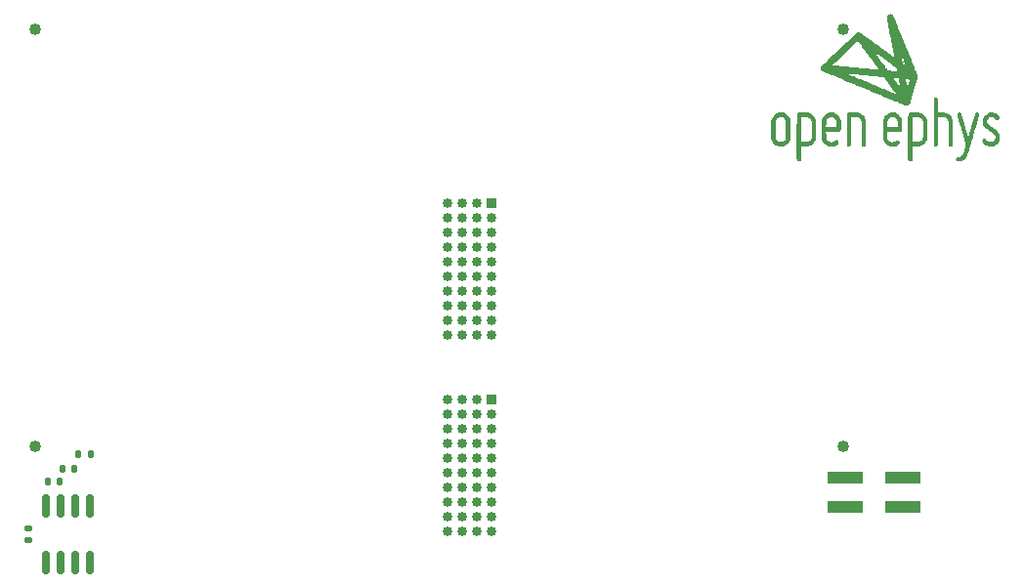
<source format=gbr>
%TF.GenerationSoftware,KiCad,Pcbnew,9.0.3*%
%TF.CreationDate,2025-10-01T18:20:22-04:00*%
%TF.ProjectId,ephys-test-module-molc-64-chan,65706879-732d-4746-9573-742d6d6f6475,A*%
%TF.SameCoordinates,Original*%
%TF.FileFunction,Soldermask,Top*%
%TF.FilePolarity,Negative*%
%FSLAX46Y46*%
G04 Gerber Fmt 4.6, Leading zero omitted, Abs format (unit mm)*
G04 Created by KiCad (PCBNEW 9.0.3) date 2025-10-01 18:20:22*
%MOMM*%
%LPD*%
G01*
G04 APERTURE LIST*
G04 Aperture macros list*
%AMRoundRect*
0 Rectangle with rounded corners*
0 $1 Rounding radius*
0 $2 $3 $4 $5 $6 $7 $8 $9 X,Y pos of 4 corners*
0 Add a 4 corners polygon primitive as box body*
4,1,4,$2,$3,$4,$5,$6,$7,$8,$9,$2,$3,0*
0 Add four circle primitives for the rounded corners*
1,1,$1+$1,$2,$3*
1,1,$1+$1,$4,$5*
1,1,$1+$1,$6,$7*
1,1,$1+$1,$8,$9*
0 Add four rect primitives between the rounded corners*
20,1,$1+$1,$2,$3,$4,$5,0*
20,1,$1+$1,$4,$5,$6,$7,0*
20,1,$1+$1,$6,$7,$8,$9,0*
20,1,$1+$1,$8,$9,$2,$3,0*%
G04 Aperture macros list end*
%ADD10C,0.000000*%
%ADD11R,3.150000X1.000000*%
%ADD12RoundRect,0.135000X-0.135000X-0.185000X0.135000X-0.185000X0.135000X0.185000X-0.135000X0.185000X0*%
%ADD13R,0.850000X0.850000*%
%ADD14C,0.850000*%
%ADD15RoundRect,0.150000X0.150000X-0.825000X0.150000X0.825000X-0.150000X0.825000X-0.150000X-0.825000X0*%
%ADD16RoundRect,0.140000X-0.170000X0.140000X-0.170000X-0.140000X0.170000X-0.140000X0.170000X0.140000X0*%
%ADD17C,1.020000*%
G04 APERTURE END LIST*
D10*
%TO.C,G\u002A\u002A\u002A*%
G36*
X185019905Y-89141203D02*
G01*
X185124976Y-89156873D01*
X185183922Y-89172831D01*
X185310199Y-89224904D01*
X185421844Y-89293761D01*
X185523049Y-89381436D01*
X185610618Y-89482520D01*
X185679043Y-89592976D01*
X185731929Y-89718639D01*
X185732586Y-89720563D01*
X185765601Y-89817510D01*
X185765601Y-90617319D01*
X185765601Y-91417128D01*
X185732586Y-91514075D01*
X185679724Y-91639948D01*
X185610678Y-91751223D01*
X185523158Y-91852577D01*
X185415234Y-91945634D01*
X185297986Y-92016344D01*
X185171013Y-92064883D01*
X185033911Y-92091425D01*
X184965792Y-92096354D01*
X184907021Y-92097131D01*
X184850958Y-92095526D01*
X184806223Y-92091880D01*
X184790987Y-92089439D01*
X184655802Y-92051705D01*
X184536406Y-91998028D01*
X184428602Y-91926177D01*
X184347459Y-91853686D01*
X184269875Y-91766819D01*
X184209378Y-91676447D01*
X184161466Y-91575031D01*
X184133771Y-91495897D01*
X184105391Y-91405010D01*
X184105391Y-91380773D01*
X184105391Y-90617319D01*
X184105391Y-89853865D01*
X184493177Y-89853865D01*
X184493177Y-90617319D01*
X184493177Y-91380773D01*
X184526069Y-91447424D01*
X184582661Y-91540159D01*
X184651738Y-91612855D01*
X184735265Y-91667309D01*
X184793710Y-91692177D01*
X184870174Y-91709183D01*
X184956261Y-91711618D01*
X185042615Y-91699984D01*
X185119880Y-91674782D01*
X185120128Y-91674668D01*
X185196299Y-91628202D01*
X185266108Y-91563800D01*
X185323234Y-91487761D01*
X185342192Y-91453329D01*
X185377815Y-91380773D01*
X185377815Y-90617319D01*
X185377815Y-89853865D01*
X185342192Y-89781310D01*
X185291930Y-89701646D01*
X185225905Y-89630836D01*
X185150555Y-89575317D01*
X185120128Y-89559246D01*
X185082556Y-89543215D01*
X185048136Y-89533427D01*
X185008596Y-89528423D01*
X184955667Y-89526744D01*
X184935496Y-89526670D01*
X184876809Y-89527623D01*
X184834045Y-89531453D01*
X184798935Y-89539620D01*
X184763208Y-89553583D01*
X184750864Y-89559246D01*
X184677471Y-89604411D01*
X184608772Y-89666305D01*
X184552125Y-89737568D01*
X184525754Y-89784357D01*
X184493177Y-89853865D01*
X184105391Y-89853865D01*
X184105391Y-89829628D01*
X184133771Y-89738741D01*
X184175697Y-89625506D01*
X184227146Y-89528443D01*
X184292618Y-89440012D01*
X184347459Y-89380952D01*
X184434327Y-89303368D01*
X184524699Y-89242871D01*
X184626114Y-89194959D01*
X184705248Y-89167263D01*
X184801161Y-89146295D01*
X184909006Y-89137642D01*
X185019905Y-89141203D01*
G37*
G36*
X189389562Y-89140201D02*
G01*
X189491571Y-89154642D01*
X189540458Y-89167297D01*
X189657806Y-89211166D01*
X189758418Y-89265580D01*
X189848860Y-89334421D01*
X189891889Y-89375032D01*
X189979392Y-89474769D01*
X190047079Y-89580197D01*
X190099336Y-89698355D01*
X190107118Y-89720563D01*
X190139952Y-89817510D01*
X190140133Y-90255888D01*
X190140134Y-90370673D01*
X190139945Y-90463731D01*
X190139433Y-90537573D01*
X190138466Y-90594707D01*
X190136913Y-90637643D01*
X190134642Y-90668892D01*
X190131520Y-90690964D01*
X190127416Y-90706367D01*
X190122198Y-90717613D01*
X190115735Y-90727210D01*
X190115329Y-90727754D01*
X190086479Y-90760115D01*
X190056890Y-90786227D01*
X190048509Y-90791978D01*
X190038688Y-90796789D01*
X190025289Y-90800759D01*
X190006172Y-90803985D01*
X189979200Y-90806567D01*
X189942232Y-90808603D01*
X189893132Y-90810191D01*
X189829759Y-90811432D01*
X189749976Y-90812422D01*
X189651643Y-90813260D01*
X189532622Y-90814046D01*
X189441832Y-90814582D01*
X188860227Y-90817953D01*
X188864059Y-91099363D01*
X188867891Y-91380773D01*
X188906079Y-91461375D01*
X188959939Y-91550504D01*
X189029285Y-91621570D01*
X189116341Y-91676795D01*
X189126602Y-91681766D01*
X189171355Y-91701393D01*
X189208988Y-91712869D01*
X189249568Y-91718275D01*
X189303162Y-91719690D01*
X189310210Y-91719691D01*
X189400185Y-91712602D01*
X189478426Y-91689770D01*
X189552046Y-91648481D01*
X189604347Y-91607396D01*
X189671482Y-91560310D01*
X189736361Y-91537122D01*
X189798626Y-91537854D01*
X189857920Y-91562526D01*
X189893846Y-91590612D01*
X189936976Y-91643916D01*
X189956714Y-91700422D01*
X189953545Y-91759158D01*
X189927952Y-91819148D01*
X189880417Y-91879420D01*
X189811424Y-91939000D01*
X189721456Y-91996914D01*
X189681558Y-92018442D01*
X189575454Y-92061374D01*
X189456584Y-92089338D01*
X189331768Y-92101641D01*
X189207826Y-92097592D01*
X189096596Y-92077834D01*
X188962375Y-92030663D01*
X188841263Y-91963572D01*
X188734573Y-91877812D01*
X188643619Y-91774634D01*
X188569712Y-91655291D01*
X188514904Y-91523294D01*
X188480105Y-91417128D01*
X188480105Y-90617319D01*
X188480105Y-90429485D01*
X188859910Y-90429485D01*
X189310210Y-90429485D01*
X189760510Y-90429485D01*
X189756478Y-90141675D01*
X189752447Y-89853865D01*
X189716974Y-89781419D01*
X189666945Y-89702002D01*
X189601086Y-89631260D01*
X189525886Y-89575684D01*
X189494842Y-89559246D01*
X189457270Y-89543215D01*
X189422849Y-89533427D01*
X189383310Y-89528423D01*
X189330381Y-89526744D01*
X189310210Y-89526670D01*
X189251522Y-89527623D01*
X189208759Y-89531453D01*
X189173649Y-89539620D01*
X189137922Y-89553583D01*
X189125578Y-89559246D01*
X189048467Y-89606992D01*
X188978118Y-89672483D01*
X188921020Y-89749230D01*
X188903446Y-89781419D01*
X188867973Y-89853865D01*
X188863941Y-90141675D01*
X188859910Y-90429485D01*
X188480105Y-90429485D01*
X188480105Y-89817510D01*
X188513120Y-89720563D01*
X188563471Y-89599171D01*
X188628373Y-89491920D01*
X188712277Y-89391671D01*
X188728531Y-89375032D01*
X188816368Y-89297614D01*
X188911125Y-89236543D01*
X189019367Y-89187939D01*
X189079962Y-89167297D01*
X189174414Y-89146529D01*
X189280729Y-89137497D01*
X189389562Y-89140201D01*
G37*
G36*
X194697387Y-89140201D02*
G01*
X194799396Y-89154642D01*
X194848282Y-89167297D01*
X194965631Y-89211166D01*
X195066242Y-89265580D01*
X195156684Y-89334421D01*
X195199714Y-89375032D01*
X195287216Y-89474769D01*
X195354904Y-89580197D01*
X195407160Y-89698355D01*
X195414942Y-89720563D01*
X195447776Y-89817510D01*
X195447958Y-90255888D01*
X195447959Y-90370673D01*
X195447769Y-90463731D01*
X195447257Y-90537573D01*
X195446290Y-90594707D01*
X195444738Y-90637643D01*
X195442466Y-90668892D01*
X195439345Y-90690964D01*
X195435241Y-90706367D01*
X195430023Y-90717613D01*
X195423559Y-90727210D01*
X195423154Y-90727754D01*
X195394304Y-90760115D01*
X195364715Y-90786227D01*
X195356334Y-90791978D01*
X195346513Y-90796789D01*
X195333113Y-90800759D01*
X195313997Y-90803985D01*
X195287024Y-90806567D01*
X195250057Y-90808603D01*
X195200956Y-90810191D01*
X195137584Y-90811432D01*
X195057800Y-90812422D01*
X194959467Y-90813260D01*
X194840446Y-90814046D01*
X194749656Y-90814582D01*
X194168051Y-90817953D01*
X194171883Y-91099363D01*
X194175716Y-91380773D01*
X194213903Y-91461375D01*
X194267763Y-91550504D01*
X194337109Y-91621570D01*
X194424166Y-91676795D01*
X194434427Y-91681766D01*
X194479179Y-91701393D01*
X194516812Y-91712869D01*
X194557392Y-91718275D01*
X194610987Y-91719690D01*
X194618034Y-91719691D01*
X194708009Y-91712602D01*
X194786250Y-91689770D01*
X194859871Y-91648481D01*
X194912171Y-91607396D01*
X194979306Y-91560310D01*
X195044185Y-91537122D01*
X195106451Y-91537854D01*
X195165744Y-91562526D01*
X195201671Y-91590612D01*
X195244800Y-91643916D01*
X195264539Y-91700422D01*
X195261370Y-91759158D01*
X195235776Y-91819148D01*
X195188242Y-91879420D01*
X195119249Y-91939000D01*
X195029281Y-91996914D01*
X194989382Y-92018442D01*
X194883278Y-92061374D01*
X194764408Y-92089338D01*
X194639592Y-92101641D01*
X194515650Y-92097592D01*
X194404421Y-92077834D01*
X194270200Y-92030663D01*
X194149088Y-91963572D01*
X194042398Y-91877812D01*
X193951443Y-91774634D01*
X193877536Y-91655291D01*
X193822728Y-91523294D01*
X193787929Y-91417128D01*
X193787929Y-90617319D01*
X193787929Y-90429485D01*
X194167734Y-90429485D01*
X194618034Y-90429485D01*
X195068335Y-90429485D01*
X195064303Y-90141675D01*
X195060271Y-89853865D01*
X195024798Y-89781419D01*
X194974770Y-89702002D01*
X194908911Y-89631260D01*
X194833710Y-89575684D01*
X194802666Y-89559246D01*
X194765094Y-89543215D01*
X194730674Y-89533427D01*
X194691134Y-89528423D01*
X194638205Y-89526744D01*
X194618034Y-89526670D01*
X194559347Y-89527623D01*
X194516584Y-89531453D01*
X194481474Y-89539620D01*
X194445746Y-89553583D01*
X194433402Y-89559246D01*
X194356291Y-89606992D01*
X194285942Y-89672483D01*
X194228845Y-89749230D01*
X194211270Y-89781419D01*
X194175798Y-89853865D01*
X194171766Y-90141675D01*
X194167734Y-90429485D01*
X193787929Y-90429485D01*
X193787929Y-89817510D01*
X193820945Y-89720563D01*
X193871296Y-89599171D01*
X193936198Y-89491920D01*
X194020102Y-89391671D01*
X194036355Y-89375032D01*
X194124192Y-89297614D01*
X194218949Y-89236543D01*
X194327191Y-89187939D01*
X194387786Y-89167297D01*
X194482239Y-89146529D01*
X194588553Y-89137497D01*
X194697387Y-89140201D01*
G37*
G36*
X191749158Y-89201108D02*
G01*
X191850179Y-89242085D01*
X191935146Y-89288428D01*
X192012241Y-89345233D01*
X192078331Y-89406188D01*
X192166347Y-89507270D01*
X192234769Y-89616956D01*
X192287452Y-89741455D01*
X192288597Y-89744800D01*
X192321613Y-89841747D01*
X192321613Y-90910295D01*
X192321605Y-91095560D01*
X192321557Y-91258125D01*
X192321436Y-91399528D01*
X192321205Y-91521306D01*
X192320831Y-91624997D01*
X192320278Y-91712137D01*
X192319511Y-91784265D01*
X192318497Y-91842916D01*
X192317198Y-91889629D01*
X192315582Y-91925941D01*
X192313613Y-91953389D01*
X192311256Y-91973511D01*
X192308476Y-91987842D01*
X192305238Y-91997922D01*
X192301509Y-92005287D01*
X192297252Y-92011475D01*
X192296627Y-92012314D01*
X192254874Y-92058489D01*
X192210244Y-92084805D01*
X192155110Y-92095169D01*
X192133779Y-92095754D01*
X192073627Y-92089714D01*
X192026440Y-92068989D01*
X191984588Y-92029670D01*
X191970930Y-92012328D01*
X191966561Y-92006074D01*
X191962721Y-91998728D01*
X191959369Y-91988741D01*
X191956457Y-91974560D01*
X191953943Y-91954633D01*
X191951782Y-91927410D01*
X191949929Y-91891339D01*
X191948340Y-91844869D01*
X191946970Y-91786448D01*
X191945775Y-91714524D01*
X191944711Y-91627547D01*
X191943733Y-91523965D01*
X191942797Y-91402227D01*
X191941858Y-91260781D01*
X191940871Y-91098075D01*
X191939885Y-90928487D01*
X191933826Y-89878101D01*
X191898313Y-89805656D01*
X191843336Y-89719665D01*
X191770499Y-89645823D01*
X191685189Y-89589515D01*
X191679077Y-89586461D01*
X191606632Y-89550989D01*
X191318993Y-89546959D01*
X191031355Y-89542929D01*
X191028154Y-90760894D01*
X191027625Y-90959469D01*
X191027124Y-91135241D01*
X191026618Y-91289646D01*
X191026075Y-91424118D01*
X191025463Y-91540091D01*
X191024750Y-91639000D01*
X191023902Y-91722279D01*
X191022888Y-91791362D01*
X191021675Y-91847684D01*
X191020232Y-91892680D01*
X191018525Y-91927783D01*
X191016523Y-91954429D01*
X191014193Y-91974052D01*
X191011503Y-91988086D01*
X191008420Y-91997965D01*
X191004913Y-92005125D01*
X191000948Y-92010999D01*
X190999967Y-92012321D01*
X190971895Y-92044026D01*
X190943308Y-92069431D01*
X190902652Y-92088180D01*
X190850154Y-92097306D01*
X190796592Y-92095881D01*
X190757748Y-92085439D01*
X190713953Y-92055818D01*
X190676542Y-92013296D01*
X190652748Y-91966704D01*
X190649301Y-91953007D01*
X190648391Y-91935825D01*
X190647579Y-91896024D01*
X190646869Y-91835224D01*
X190646264Y-91755042D01*
X190645771Y-91657097D01*
X190645391Y-91543008D01*
X190645131Y-91414392D01*
X190644993Y-91272868D01*
X190644982Y-91120055D01*
X190645103Y-90957570D01*
X190645359Y-90787033D01*
X190645755Y-90610061D01*
X190645790Y-90596998D01*
X190646345Y-90390052D01*
X190646867Y-90205966D01*
X190647386Y-90043364D01*
X190647931Y-89900868D01*
X190648531Y-89777102D01*
X190649215Y-89670690D01*
X190650012Y-89580254D01*
X190650950Y-89504418D01*
X190652059Y-89441806D01*
X190653369Y-89391041D01*
X190654907Y-89350746D01*
X190656703Y-89319545D01*
X190658787Y-89296060D01*
X190661186Y-89278916D01*
X190663931Y-89266736D01*
X190667050Y-89258143D01*
X190670572Y-89251760D01*
X190674270Y-89246554D01*
X190703130Y-89214214D01*
X190732751Y-89188106D01*
X190742337Y-89181567D01*
X190753438Y-89176281D01*
X190768566Y-89172113D01*
X190790228Y-89168932D01*
X190820936Y-89166605D01*
X190863200Y-89164999D01*
X190919528Y-89163980D01*
X190992432Y-89163416D01*
X191084420Y-89163174D01*
X191198004Y-89163121D01*
X191204616Y-89163121D01*
X191642987Y-89163121D01*
X191749158Y-89201108D01*
G37*
G36*
X198434864Y-87848263D02*
G01*
X198482051Y-87868988D01*
X198523903Y-87908305D01*
X198537562Y-87925649D01*
X198543241Y-87933914D01*
X198548003Y-87943596D01*
X198551944Y-87956802D01*
X198555158Y-87975637D01*
X198557739Y-88002207D01*
X198559783Y-88038619D01*
X198561383Y-88086978D01*
X198562635Y-88149391D01*
X198563632Y-88227964D01*
X198564469Y-88324802D01*
X198565242Y-88442012D01*
X198565905Y-88557016D01*
X198569263Y-89154929D01*
X198874923Y-89159753D01*
X198969783Y-89161358D01*
X199044152Y-89163047D01*
X199101772Y-89165165D01*
X199146388Y-89168056D01*
X199181743Y-89172067D01*
X199211581Y-89177541D01*
X199239645Y-89184825D01*
X199269679Y-89194263D01*
X199277529Y-89196864D01*
X199403757Y-89249087D01*
X199515205Y-89317820D01*
X199616656Y-89405673D01*
X199704225Y-89506757D01*
X199772650Y-89617213D01*
X199825535Y-89742876D01*
X199826193Y-89744800D01*
X199859208Y-89841747D01*
X199859208Y-90910295D01*
X199859200Y-91095560D01*
X199859153Y-91258125D01*
X199859031Y-91399528D01*
X199858801Y-91521306D01*
X199858426Y-91624997D01*
X199857873Y-91712137D01*
X199857107Y-91784265D01*
X199856092Y-91842916D01*
X199854794Y-91889629D01*
X199853177Y-91925941D01*
X199851208Y-91953389D01*
X199848851Y-91973511D01*
X199846071Y-91987842D01*
X199842834Y-91997922D01*
X199839104Y-92005287D01*
X199834847Y-92011475D01*
X199834223Y-92012314D01*
X199792470Y-92058489D01*
X199747839Y-92084805D01*
X199692705Y-92095169D01*
X199671374Y-92095754D01*
X199611223Y-92089714D01*
X199564035Y-92068989D01*
X199522183Y-92029670D01*
X199508525Y-92012328D01*
X199504156Y-92006074D01*
X199500317Y-91998728D01*
X199496964Y-91988741D01*
X199494053Y-91974560D01*
X199491539Y-91954633D01*
X199489377Y-91927410D01*
X199487524Y-91891339D01*
X199485935Y-91844869D01*
X199484565Y-91786448D01*
X199483371Y-91714524D01*
X199482306Y-91627547D01*
X199481328Y-91523965D01*
X199480392Y-91402227D01*
X199479453Y-91260781D01*
X199478467Y-91098075D01*
X199477481Y-90928487D01*
X199471422Y-89878101D01*
X199435908Y-89805656D01*
X199380931Y-89719665D01*
X199308094Y-89645823D01*
X199222785Y-89589515D01*
X199216673Y-89586461D01*
X199144227Y-89550989D01*
X198856589Y-89546959D01*
X198568950Y-89542929D01*
X198565749Y-90760894D01*
X198565220Y-90959469D01*
X198564719Y-91135241D01*
X198564214Y-91289646D01*
X198563671Y-91424118D01*
X198563059Y-91540091D01*
X198562345Y-91639000D01*
X198561497Y-91722279D01*
X198560483Y-91791362D01*
X198559271Y-91847684D01*
X198557827Y-91892680D01*
X198556120Y-91927783D01*
X198554118Y-91954429D01*
X198551788Y-91974052D01*
X198549098Y-91988086D01*
X198546016Y-91997965D01*
X198542508Y-92005125D01*
X198538544Y-92010999D01*
X198537562Y-92012321D01*
X198509491Y-92044026D01*
X198480903Y-92069431D01*
X198440248Y-92088180D01*
X198387749Y-92097306D01*
X198334187Y-92095881D01*
X198295344Y-92085439D01*
X198251557Y-92055827D01*
X198214159Y-92013323D01*
X198190377Y-91966752D01*
X198186923Y-91953007D01*
X198186177Y-91936758D01*
X198185495Y-91897576D01*
X198184879Y-91836765D01*
X198184331Y-91755628D01*
X198183855Y-91655469D01*
X198183451Y-91537593D01*
X198183123Y-91403302D01*
X198182873Y-91253901D01*
X198182703Y-91090693D01*
X198182615Y-90914982D01*
X198182611Y-90728071D01*
X198182694Y-90531264D01*
X198182866Y-90325866D01*
X198183130Y-90113179D01*
X198183412Y-89936551D01*
X198183863Y-89680360D01*
X198184289Y-89447291D01*
X198184703Y-89236231D01*
X198185123Y-89046066D01*
X198185563Y-88875681D01*
X198186041Y-88723963D01*
X198186570Y-88589798D01*
X198187167Y-88472071D01*
X198187849Y-88369669D01*
X198188630Y-88281478D01*
X198189526Y-88206384D01*
X198190554Y-88143272D01*
X198191729Y-88091029D01*
X198193066Y-88048541D01*
X198194581Y-88014694D01*
X198196291Y-87988374D01*
X198198211Y-87968466D01*
X198200357Y-87953858D01*
X198202744Y-87943434D01*
X198205388Y-87936081D01*
X198208306Y-87930685D01*
X198211512Y-87926132D01*
X198211865Y-87925658D01*
X198253620Y-87879486D01*
X198298249Y-87853172D01*
X198353379Y-87842809D01*
X198374714Y-87842224D01*
X198434864Y-87848263D01*
G37*
G36*
X203209924Y-89139524D02*
G01*
X203273879Y-89140442D01*
X203321639Y-89143382D01*
X203361231Y-89149653D01*
X203400686Y-89160564D01*
X203448033Y-89177422D01*
X203452290Y-89179025D01*
X203571959Y-89234692D01*
X203680146Y-89306020D01*
X203773143Y-89390039D01*
X203847242Y-89483781D01*
X203861323Y-89506578D01*
X203888183Y-89572277D01*
X203893333Y-89636957D01*
X203877747Y-89696721D01*
X203842401Y-89747676D01*
X203791788Y-89784185D01*
X203724946Y-89806343D01*
X203660536Y-89805630D01*
X203601992Y-89783011D01*
X203552749Y-89739452D01*
X203533554Y-89711609D01*
X203477319Y-89635964D01*
X203408749Y-89580659D01*
X203326860Y-89545154D01*
X203230669Y-89528911D01*
X203197805Y-89527703D01*
X203115141Y-89532140D01*
X203047490Y-89549087D01*
X202987639Y-89581387D01*
X202928375Y-89631889D01*
X202924824Y-89635416D01*
X202867794Y-89707812D01*
X202830141Y-89789013D01*
X202812099Y-89874968D01*
X202813901Y-89961625D01*
X202835779Y-90044932D01*
X202877964Y-90120836D01*
X202895708Y-90142807D01*
X202919191Y-90164991D01*
X202960389Y-90198916D01*
X203016920Y-90242781D01*
X203086404Y-90294780D01*
X203166455Y-90353111D01*
X203254694Y-90415970D01*
X203280700Y-90434246D01*
X203363818Y-90493056D01*
X203443327Y-90550384D01*
X203516299Y-90604038D01*
X203579805Y-90651828D01*
X203630917Y-90691560D01*
X203666707Y-90721042D01*
X203679422Y-90732714D01*
X203763237Y-90830018D01*
X203827908Y-90936571D01*
X203869351Y-91034866D01*
X203884543Y-91079474D01*
X203894889Y-91116869D01*
X203901321Y-91153767D01*
X203904772Y-91196885D01*
X203906174Y-91252939D01*
X203906432Y-91302004D01*
X203903355Y-91407229D01*
X203892540Y-91495498D01*
X203872241Y-91573343D01*
X203840712Y-91647292D01*
X203796208Y-91723875D01*
X203791781Y-91730698D01*
X203707717Y-91838615D01*
X203608931Y-91929566D01*
X203498151Y-92002467D01*
X203378100Y-92056231D01*
X203251505Y-92089772D01*
X203121091Y-92102003D01*
X202989582Y-92091839D01*
X202921865Y-92077394D01*
X202799443Y-92034139D01*
X202684130Y-91971695D01*
X202580391Y-91893189D01*
X202492689Y-91801748D01*
X202455073Y-91750382D01*
X202418033Y-91678633D01*
X202402328Y-91610394D01*
X202407257Y-91548214D01*
X202432120Y-91494640D01*
X202476218Y-91452221D01*
X202538850Y-91423504D01*
X202545396Y-91421672D01*
X202612512Y-91413784D01*
X202671327Y-91428585D01*
X202723002Y-91466457D01*
X202739970Y-91485674D01*
X202792247Y-91548882D01*
X202835455Y-91595801D01*
X202873842Y-91630389D01*
X202911656Y-91656608D01*
X202939800Y-91671972D01*
X202978040Y-91689536D01*
X203012049Y-91700140D01*
X203050543Y-91705512D01*
X203102240Y-91707379D01*
X203119036Y-91707504D01*
X203175008Y-91706824D01*
X203215296Y-91703120D01*
X203248414Y-91694751D01*
X203282875Y-91680074D01*
X203296633Y-91673242D01*
X203375680Y-91621531D01*
X203443569Y-91554258D01*
X203490657Y-91483779D01*
X203503875Y-91454998D01*
X203512268Y-91425823D01*
X203516871Y-91389596D01*
X203518721Y-91339658D01*
X203518941Y-91302004D01*
X203518438Y-91243331D01*
X203516073Y-91202009D01*
X203510557Y-91171159D01*
X203500603Y-91143901D01*
X203484923Y-91113356D01*
X203482972Y-91109822D01*
X203470672Y-91088304D01*
X203458006Y-91068797D01*
X203443007Y-91049687D01*
X203423708Y-91029359D01*
X203398140Y-91006199D01*
X203364338Y-90978592D01*
X203320332Y-90944924D01*
X203264155Y-90903580D01*
X203193841Y-90852946D01*
X203107421Y-90791408D01*
X203015685Y-90726384D01*
X202918091Y-90656563D01*
X202830611Y-90592566D01*
X202755216Y-90535902D01*
X202693877Y-90488079D01*
X202648565Y-90450605D01*
X202621251Y-90424989D01*
X202619840Y-90423426D01*
X202545757Y-90323023D01*
X202486121Y-90207151D01*
X202456719Y-90126527D01*
X202436402Y-90034230D01*
X202427360Y-89931315D01*
X202429626Y-89826838D01*
X202443230Y-89729856D01*
X202455169Y-89684208D01*
X202506363Y-89561805D01*
X202577896Y-89449792D01*
X202667166Y-89350734D01*
X202771575Y-89267194D01*
X202888523Y-89201735D01*
X202979676Y-89167039D01*
X203029104Y-89153440D01*
X203076420Y-89144981D01*
X203129966Y-89140663D01*
X203198086Y-89139491D01*
X203209924Y-89139524D01*
G37*
G36*
X202030300Y-89156672D02*
G01*
X202081428Y-89189272D01*
X202119637Y-89235975D01*
X202140714Y-89293608D01*
X202143511Y-89325273D01*
X202140110Y-89339859D01*
X202130211Y-89376113D01*
X202114274Y-89432485D01*
X202092759Y-89507427D01*
X202066124Y-89599389D01*
X202034830Y-89706822D01*
X201999336Y-89828176D01*
X201960100Y-89961903D01*
X201917583Y-90106454D01*
X201872243Y-90260279D01*
X201824541Y-90421829D01*
X201774935Y-90589555D01*
X201723884Y-90761908D01*
X201671849Y-90937339D01*
X201619288Y-91114298D01*
X201566662Y-91291237D01*
X201514428Y-91466605D01*
X201463047Y-91638855D01*
X201412978Y-91806436D01*
X201364680Y-91967800D01*
X201318613Y-92121397D01*
X201275236Y-92265679D01*
X201235009Y-92399096D01*
X201198390Y-92520099D01*
X201165839Y-92627139D01*
X201137816Y-92718666D01*
X201124367Y-92762262D01*
X201087143Y-92869892D01*
X201046728Y-92959274D01*
X200999723Y-93036391D01*
X200942729Y-93107232D01*
X200907602Y-93143989D01*
X200796614Y-93238708D01*
X200676017Y-93311712D01*
X200547033Y-93362436D01*
X200410887Y-93390311D01*
X200368177Y-93394176D01*
X200316292Y-93396545D01*
X200280044Y-93394767D01*
X200251012Y-93387611D01*
X200220771Y-93373848D01*
X200217595Y-93372186D01*
X200164873Y-93332102D01*
X200132043Y-93278406D01*
X200119818Y-93212307D01*
X200119752Y-93206601D01*
X200127824Y-93140555D01*
X200152907Y-93088898D01*
X200196297Y-93050471D01*
X200259293Y-93024116D01*
X200341366Y-93008879D01*
X200450763Y-92986736D01*
X200543984Y-92946568D01*
X200621111Y-92888322D01*
X200682228Y-92811945D01*
X200698037Y-92784390D01*
X200712275Y-92752317D01*
X200731144Y-92702170D01*
X200753664Y-92637237D01*
X200778856Y-92560810D01*
X200805740Y-92476178D01*
X200833336Y-92386631D01*
X200860665Y-92295459D01*
X200886748Y-92205952D01*
X200910604Y-92121401D01*
X200931254Y-92045095D01*
X200947719Y-91980325D01*
X200959018Y-91930379D01*
X200964174Y-91898550D01*
X200964162Y-91890577D01*
X200959866Y-91874024D01*
X200949067Y-91835852D01*
X200932235Y-91777652D01*
X200909842Y-91701017D01*
X200882357Y-91607538D01*
X200850252Y-91498807D01*
X200813998Y-91376418D01*
X200774064Y-91241961D01*
X200730922Y-91097028D01*
X200685043Y-90943213D01*
X200636897Y-90782106D01*
X200598452Y-90653674D01*
X200548664Y-90487389D01*
X200500608Y-90326738D01*
X200454771Y-90173357D01*
X200411640Y-90028883D01*
X200371702Y-89894951D01*
X200335444Y-89773198D01*
X200303353Y-89665261D01*
X200275916Y-89572775D01*
X200253621Y-89497378D01*
X200236953Y-89440704D01*
X200226401Y-89404392D01*
X200222806Y-89391555D01*
X200213826Y-89319357D01*
X200227148Y-89256349D01*
X200262936Y-89201851D01*
X200270905Y-89193732D01*
X200322729Y-89158446D01*
X200381385Y-89142398D01*
X200441455Y-89144801D01*
X200497522Y-89164868D01*
X200544168Y-89201810D01*
X200568130Y-89236928D01*
X200574300Y-89253806D01*
X200586798Y-89292147D01*
X200605082Y-89350171D01*
X200628610Y-89426100D01*
X200656839Y-89518153D01*
X200689227Y-89624551D01*
X200725231Y-89743515D01*
X200764310Y-89873265D01*
X200805920Y-90012023D01*
X200849520Y-90158007D01*
X200877147Y-90250809D01*
X200921382Y-90399345D01*
X200963711Y-90541022D01*
X201003619Y-90674144D01*
X201040591Y-90797016D01*
X201074113Y-90907942D01*
X201103670Y-91005226D01*
X201128747Y-91087172D01*
X201148829Y-91152084D01*
X201163403Y-91198267D01*
X201171953Y-91224026D01*
X201174046Y-91229014D01*
X201178398Y-91217704D01*
X201189170Y-91184919D01*
X201205824Y-91132400D01*
X201227825Y-91061890D01*
X201254638Y-90975131D01*
X201285726Y-90873864D01*
X201320554Y-90759832D01*
X201358586Y-90634776D01*
X201399287Y-90500438D01*
X201442119Y-90358561D01*
X201458203Y-90305159D01*
X201502276Y-90158751D01*
X201544771Y-90017602D01*
X201585106Y-89883648D01*
X201622698Y-89758824D01*
X201656963Y-89645067D01*
X201687318Y-89544312D01*
X201713181Y-89458495D01*
X201733968Y-89389550D01*
X201749096Y-89339415D01*
X201757982Y-89310023D01*
X201759247Y-89305858D01*
X201789911Y-89234290D01*
X201832481Y-89183326D01*
X201887881Y-89151962D01*
X201906140Y-89146475D01*
X201970466Y-89141348D01*
X202030300Y-89156672D01*
G37*
G36*
X187422917Y-89201108D02*
G01*
X187523939Y-89242085D01*
X187608906Y-89288428D01*
X187686001Y-89345233D01*
X187752090Y-89406188D01*
X187840107Y-89507270D01*
X187908528Y-89616956D01*
X187961212Y-89741455D01*
X187962357Y-89744800D01*
X187995372Y-89841747D01*
X187995372Y-90617319D01*
X187995372Y-91392892D01*
X187962357Y-91489838D01*
X187910016Y-91614785D01*
X187842034Y-91724765D01*
X187754553Y-91825986D01*
X187752090Y-91828450D01*
X187674445Y-91898936D01*
X187596000Y-91954216D01*
X187508479Y-91999432D01*
X187422917Y-92033039D01*
X187389863Y-92044551D01*
X187361441Y-92053474D01*
X187333895Y-92060193D01*
X187303470Y-92065093D01*
X187266409Y-92068560D01*
X187218956Y-92070979D01*
X187157355Y-92072734D01*
X187077851Y-92074211D01*
X187011086Y-92075262D01*
X186705427Y-92079987D01*
X186702069Y-92677761D01*
X186701279Y-92813578D01*
X186700502Y-92927266D01*
X186699644Y-93020929D01*
X186698612Y-93096675D01*
X186697309Y-93156610D01*
X186695641Y-93202840D01*
X186693515Y-93237472D01*
X186690835Y-93262611D01*
X186687506Y-93280365D01*
X186683435Y-93292840D01*
X186678526Y-93302141D01*
X186673726Y-93308989D01*
X186645652Y-93340692D01*
X186617067Y-93366092D01*
X186576412Y-93384840D01*
X186523913Y-93393966D01*
X186470352Y-93392541D01*
X186431508Y-93382099D01*
X186387721Y-93352487D01*
X186350323Y-93309983D01*
X186326541Y-93263412D01*
X186323087Y-93249667D01*
X186322339Y-93233405D01*
X186321654Y-93194215D01*
X186321037Y-93133404D01*
X186320489Y-93052279D01*
X186320012Y-92952151D01*
X186319608Y-92834325D01*
X186319281Y-92700110D01*
X186319032Y-92550814D01*
X186318863Y-92387745D01*
X186318777Y-92212211D01*
X186318776Y-92025520D01*
X186318863Y-91828979D01*
X186319039Y-91623897D01*
X186319307Y-91411582D01*
X186319575Y-91245329D01*
X186320029Y-90989960D01*
X186320455Y-90757710D01*
X186320733Y-90617319D01*
X186704771Y-90617319D01*
X186704771Y-91689790D01*
X186964235Y-91689790D01*
X187055010Y-91689486D01*
X187125518Y-91688395D01*
X187179724Y-91686249D01*
X187221593Y-91682780D01*
X187255089Y-91677720D01*
X187284177Y-91670802D01*
X187295662Y-91667393D01*
X187391140Y-91626301D01*
X187471679Y-91566722D01*
X187538264Y-91487776D01*
X187581677Y-91411069D01*
X187587011Y-91399388D01*
X187591558Y-91387262D01*
X187595380Y-91372765D01*
X187598541Y-91353971D01*
X187601103Y-91328953D01*
X187603129Y-91295786D01*
X187604681Y-91252543D01*
X187605824Y-91197299D01*
X187606619Y-91128127D01*
X187607130Y-91043102D01*
X187607419Y-90940297D01*
X187607550Y-90817787D01*
X187607585Y-90673645D01*
X187607586Y-90617319D01*
X187607570Y-90465093D01*
X187607480Y-90335177D01*
X187607254Y-90225646D01*
X187606829Y-90134573D01*
X187606141Y-90060033D01*
X187605128Y-90000100D01*
X187603727Y-89952846D01*
X187601875Y-89916347D01*
X187599509Y-89888677D01*
X187596567Y-89867908D01*
X187592985Y-89852116D01*
X187588700Y-89839374D01*
X187583651Y-89827756D01*
X187581677Y-89823569D01*
X187525429Y-89728686D01*
X187456004Y-89653868D01*
X187372418Y-89598233D01*
X187295662Y-89567245D01*
X187267232Y-89559493D01*
X187236008Y-89553710D01*
X187198025Y-89549626D01*
X187149317Y-89546974D01*
X187085921Y-89545486D01*
X187003871Y-89544894D01*
X186964235Y-89544848D01*
X186704771Y-89544848D01*
X186704771Y-90617319D01*
X186320733Y-90617319D01*
X186320871Y-90547462D01*
X186321292Y-90358097D01*
X186321735Y-90188499D01*
X186322214Y-90037550D01*
X186322747Y-89904132D01*
X186323348Y-89787128D01*
X186324034Y-89685421D01*
X186324821Y-89597892D01*
X186325464Y-89544848D01*
X186325724Y-89523425D01*
X186326760Y-89460902D01*
X186327945Y-89409204D01*
X186329293Y-89367216D01*
X186330822Y-89333818D01*
X186332548Y-89307894D01*
X186334485Y-89288327D01*
X186336650Y-89273998D01*
X186339059Y-89263790D01*
X186341728Y-89256585D01*
X186344673Y-89251267D01*
X186347909Y-89246717D01*
X186348029Y-89246555D01*
X186376890Y-89214214D01*
X186406510Y-89188106D01*
X186416096Y-89181567D01*
X186427198Y-89176281D01*
X186442325Y-89172113D01*
X186463988Y-89168932D01*
X186494696Y-89166605D01*
X186536959Y-89164999D01*
X186593288Y-89163980D01*
X186666191Y-89163416D01*
X186758180Y-89163174D01*
X186871763Y-89163121D01*
X186878376Y-89163121D01*
X187316746Y-89163121D01*
X187422917Y-89201108D01*
G37*
G36*
X197069101Y-89201108D02*
G01*
X197170122Y-89242085D01*
X197255089Y-89288428D01*
X197332184Y-89345233D01*
X197398273Y-89406188D01*
X197486290Y-89507270D01*
X197554712Y-89616956D01*
X197607395Y-89741455D01*
X197608540Y-89744800D01*
X197641555Y-89841747D01*
X197641555Y-90617319D01*
X197641555Y-91392892D01*
X197608540Y-91489838D01*
X197556200Y-91614785D01*
X197488217Y-91724765D01*
X197400736Y-91825986D01*
X197398273Y-91828450D01*
X197320628Y-91898936D01*
X197242183Y-91954216D01*
X197154662Y-91999432D01*
X197069101Y-92033039D01*
X197036046Y-92044551D01*
X197007624Y-92053474D01*
X196980079Y-92060193D01*
X196949653Y-92065093D01*
X196912592Y-92068560D01*
X196865139Y-92070979D01*
X196803538Y-92072734D01*
X196724034Y-92074211D01*
X196657270Y-92075262D01*
X196351610Y-92079987D01*
X196348253Y-92677761D01*
X196347462Y-92813578D01*
X196346685Y-92927266D01*
X196345828Y-93020929D01*
X196344795Y-93096675D01*
X196343492Y-93156610D01*
X196341824Y-93202840D01*
X196339698Y-93237472D01*
X196337018Y-93262611D01*
X196333689Y-93280365D01*
X196329618Y-93292840D01*
X196324709Y-93302141D01*
X196319910Y-93308989D01*
X196291835Y-93340692D01*
X196263250Y-93366092D01*
X196222595Y-93384840D01*
X196170096Y-93393966D01*
X196116535Y-93392541D01*
X196077691Y-93382099D01*
X196033904Y-93352487D01*
X195996506Y-93309983D01*
X195972724Y-93263412D01*
X195969270Y-93249667D01*
X195968522Y-93233405D01*
X195967838Y-93194215D01*
X195967220Y-93133404D01*
X195966672Y-93052279D01*
X195966195Y-92952151D01*
X195965791Y-92834325D01*
X195965464Y-92700110D01*
X195965215Y-92550814D01*
X195965046Y-92387745D01*
X195964960Y-92212211D01*
X195964959Y-92025520D01*
X195965046Y-91828979D01*
X195965222Y-91623897D01*
X195965490Y-91411582D01*
X195965759Y-91245329D01*
X195966212Y-90989960D01*
X195966638Y-90757710D01*
X195966916Y-90617319D01*
X196350954Y-90617319D01*
X196350954Y-91689790D01*
X196610418Y-91689790D01*
X196701193Y-91689486D01*
X196771701Y-91688395D01*
X196825907Y-91686249D01*
X196867776Y-91682780D01*
X196901272Y-91677720D01*
X196930360Y-91670802D01*
X196941845Y-91667393D01*
X197037323Y-91626301D01*
X197117862Y-91566722D01*
X197184447Y-91487776D01*
X197227860Y-91411069D01*
X197233194Y-91399388D01*
X197237741Y-91387262D01*
X197241563Y-91372765D01*
X197244724Y-91353971D01*
X197247286Y-91328953D01*
X197249312Y-91295786D01*
X197250865Y-91252543D01*
X197252007Y-91197299D01*
X197252803Y-91128127D01*
X197253313Y-91043102D01*
X197253603Y-90940297D01*
X197253733Y-90817787D01*
X197253768Y-90673645D01*
X197253769Y-90617319D01*
X197253753Y-90465093D01*
X197253664Y-90335177D01*
X197253437Y-90225646D01*
X197253012Y-90134573D01*
X197252324Y-90060033D01*
X197251311Y-90000100D01*
X197249910Y-89952846D01*
X197248058Y-89916347D01*
X197245692Y-89888677D01*
X197242750Y-89867908D01*
X197239168Y-89852116D01*
X197234884Y-89839374D01*
X197229834Y-89827756D01*
X197227860Y-89823569D01*
X197171613Y-89728686D01*
X197102187Y-89653868D01*
X197018601Y-89598233D01*
X196941845Y-89567245D01*
X196913416Y-89559493D01*
X196882192Y-89553710D01*
X196844208Y-89549626D01*
X196795500Y-89546974D01*
X196732104Y-89545486D01*
X196650054Y-89544894D01*
X196610418Y-89544848D01*
X196350954Y-89544848D01*
X196350954Y-90617319D01*
X195966916Y-90617319D01*
X195967054Y-90547462D01*
X195967476Y-90358097D01*
X195967918Y-90188499D01*
X195968397Y-90037550D01*
X195968930Y-89904132D01*
X195969531Y-89787128D01*
X195970217Y-89685421D01*
X195971004Y-89597892D01*
X195971647Y-89544848D01*
X195971907Y-89523425D01*
X195972943Y-89460902D01*
X195974128Y-89409204D01*
X195975477Y-89367216D01*
X195977006Y-89333818D01*
X195978731Y-89307894D01*
X195980668Y-89288327D01*
X195982833Y-89273998D01*
X195985242Y-89263790D01*
X195987911Y-89256585D01*
X195990856Y-89251267D01*
X195994092Y-89246717D01*
X195994212Y-89246555D01*
X196023073Y-89214214D01*
X196052693Y-89188106D01*
X196062279Y-89181567D01*
X196073381Y-89176281D01*
X196088508Y-89172113D01*
X196110171Y-89168932D01*
X196140879Y-89166605D01*
X196183143Y-89164999D01*
X196239471Y-89163980D01*
X196312375Y-89163416D01*
X196404363Y-89163174D01*
X196517946Y-89163121D01*
X196524559Y-89163121D01*
X196962929Y-89163121D01*
X197069101Y-89201108D01*
G37*
G36*
X194478670Y-80611175D02*
G01*
X194560789Y-80640560D01*
X194571954Y-80646413D01*
X194626138Y-80683436D01*
X194668853Y-80731320D01*
X194704327Y-80795423D01*
X194720437Y-80834614D01*
X194727567Y-80852667D01*
X194743295Y-80891927D01*
X194767113Y-80951141D01*
X194798513Y-81029055D01*
X194836988Y-81124415D01*
X194882030Y-81235967D01*
X194933132Y-81362458D01*
X194989784Y-81502633D01*
X195051481Y-81655239D01*
X195117714Y-81819022D01*
X195187975Y-81992729D01*
X195261757Y-82175104D01*
X195338552Y-82364896D01*
X195417853Y-82560849D01*
X195499151Y-82761711D01*
X195581939Y-82966226D01*
X195665710Y-83173142D01*
X195749955Y-83381205D01*
X195834168Y-83589161D01*
X195917839Y-83795756D01*
X196000463Y-83999736D01*
X196081530Y-84199848D01*
X196160533Y-84394837D01*
X196236965Y-84583450D01*
X196310318Y-84764433D01*
X196380084Y-84936533D01*
X196445755Y-85098495D01*
X196506824Y-85249066D01*
X196562783Y-85386991D01*
X196613125Y-85511018D01*
X196657341Y-85619892D01*
X196694925Y-85712360D01*
X196725367Y-85787167D01*
X196748162Y-85843060D01*
X196762800Y-85878786D01*
X196767944Y-85891174D01*
X196793334Y-85973947D01*
X196796526Y-86054033D01*
X196777752Y-86137932D01*
X196776799Y-86140732D01*
X196770889Y-86159668D01*
X196758808Y-86199845D01*
X196741151Y-86259230D01*
X196718510Y-86335791D01*
X196691481Y-86427495D01*
X196660656Y-86532310D01*
X196626630Y-86648203D01*
X196589997Y-86773141D01*
X196551349Y-86905092D01*
X196511282Y-87042023D01*
X196470388Y-87181902D01*
X196429263Y-87322696D01*
X196388498Y-87462373D01*
X196348689Y-87598899D01*
X196310430Y-87730243D01*
X196274313Y-87854371D01*
X196240933Y-87969252D01*
X196210883Y-88072852D01*
X196184758Y-88163139D01*
X196163152Y-88238080D01*
X196146657Y-88295643D01*
X196135869Y-88333796D01*
X196132465Y-88346208D01*
X196102836Y-88413004D01*
X196054641Y-88470241D01*
X195992533Y-88515309D01*
X195921167Y-88545596D01*
X195845195Y-88558493D01*
X195769271Y-88551390D01*
X195767470Y-88550948D01*
X195726614Y-88537666D01*
X195683247Y-88519247D01*
X195676582Y-88515928D01*
X195661782Y-88509428D01*
X195625448Y-88494019D01*
X195568442Y-88470058D01*
X195491624Y-88437902D01*
X195395857Y-88397911D01*
X195282001Y-88350441D01*
X195150918Y-88295850D01*
X195003469Y-88234497D01*
X194840515Y-88166738D01*
X194662917Y-88092932D01*
X194471537Y-88013436D01*
X194267236Y-87928609D01*
X194050875Y-87838807D01*
X193823315Y-87744390D01*
X193585418Y-87645714D01*
X193338045Y-87543137D01*
X193082057Y-87437017D01*
X192818316Y-87327713D01*
X192547682Y-87215581D01*
X192271017Y-87100979D01*
X192115601Y-87036615D01*
X191836004Y-86920828D01*
X191561973Y-86807341D01*
X191294368Y-86696510D01*
X191034048Y-86588693D01*
X190781876Y-86484246D01*
X190538711Y-86383524D01*
X190305414Y-86286886D01*
X190082845Y-86194687D01*
X189871865Y-86107283D01*
X189673334Y-86025032D01*
X189488113Y-85948290D01*
X189317063Y-85877413D01*
X189161043Y-85812758D01*
X189084893Y-85781198D01*
X190670419Y-85781198D01*
X190681044Y-85786088D01*
X190712748Y-85799691D01*
X190764213Y-85821459D01*
X190834121Y-85850847D01*
X190921152Y-85887306D01*
X191023989Y-85930291D01*
X191141313Y-85979253D01*
X191271805Y-86033648D01*
X191414147Y-86092927D01*
X191567020Y-86156544D01*
X191729106Y-86223952D01*
X191899085Y-86294604D01*
X192075640Y-86367954D01*
X192257452Y-86443454D01*
X192443202Y-86520559D01*
X192631571Y-86598720D01*
X192821242Y-86677391D01*
X193010896Y-86756026D01*
X193199213Y-86834077D01*
X193384876Y-86910998D01*
X193566566Y-86986242D01*
X193742964Y-87059262D01*
X193912751Y-87129512D01*
X194074610Y-87196443D01*
X194227222Y-87259511D01*
X194369267Y-87318167D01*
X194499428Y-87371865D01*
X194616386Y-87420058D01*
X194718822Y-87462200D01*
X194805418Y-87497743D01*
X194874855Y-87526141D01*
X194925815Y-87546847D01*
X194956978Y-87559314D01*
X194967043Y-87563033D01*
X194960729Y-87553008D01*
X194941318Y-87524859D01*
X194909900Y-87480113D01*
X194867561Y-87420300D01*
X194815392Y-87346947D01*
X194754480Y-87261581D01*
X194685915Y-87165730D01*
X194610785Y-87060923D01*
X194530178Y-86948686D01*
X194445184Y-86830549D01*
X194440840Y-86824516D01*
X194355323Y-86705946D01*
X194273741Y-86593178D01*
X194197220Y-86487750D01*
X194126888Y-86391200D01*
X194063873Y-86305065D01*
X194009303Y-86230882D01*
X193964306Y-86170189D01*
X193961607Y-86166596D01*
X194720300Y-86166596D01*
X194725764Y-86177458D01*
X194743999Y-86205803D01*
X194773531Y-86249503D01*
X194812885Y-86306433D01*
X194860588Y-86374465D01*
X194915165Y-86451473D01*
X194975144Y-86535331D01*
X194994794Y-86562649D01*
X195056374Y-86647926D01*
X195113473Y-86726573D01*
X195164566Y-86796522D01*
X195208128Y-86855702D01*
X195242633Y-86902046D01*
X195266555Y-86933482D01*
X195278369Y-86947943D01*
X195279341Y-86948649D01*
X195278056Y-86936273D01*
X195272614Y-86903020D01*
X195263542Y-86851790D01*
X195251371Y-86785486D01*
X195236627Y-86707010D01*
X195219840Y-86619263D01*
X195211679Y-86577113D01*
X195193848Y-86485997D01*
X195177318Y-86402778D01*
X195162690Y-86330375D01*
X195150562Y-86271707D01*
X195149269Y-86265689D01*
X195772447Y-86265689D01*
X195772893Y-86278731D01*
X195777481Y-86311722D01*
X195785517Y-86361025D01*
X195796309Y-86423005D01*
X195809164Y-86494028D01*
X195823388Y-86570458D01*
X195838288Y-86648659D01*
X195853172Y-86724997D01*
X195867347Y-86795835D01*
X195880118Y-86857540D01*
X195890793Y-86906474D01*
X195898680Y-86939004D01*
X195903084Y-86951494D01*
X195903207Y-86951527D01*
X195908400Y-86940369D01*
X195919303Y-86908880D01*
X195934981Y-86860036D01*
X195954502Y-86796816D01*
X195976932Y-86722196D01*
X196001337Y-86639154D01*
X196003579Y-86631438D01*
X196027923Y-86547155D01*
X196049883Y-86470361D01*
X196068588Y-86404166D01*
X196083165Y-86351682D01*
X196092744Y-86316018D01*
X196096452Y-86300283D01*
X196096469Y-86300005D01*
X196085278Y-86295258D01*
X196055297Y-86289433D01*
X196011917Y-86283100D01*
X195960531Y-86276830D01*
X195906528Y-86271194D01*
X195855301Y-86266763D01*
X195812239Y-86264107D01*
X195782735Y-86263799D01*
X195772447Y-86265689D01*
X195149269Y-86265689D01*
X195141534Y-86229694D01*
X195136203Y-86207253D01*
X195135172Y-86204320D01*
X195121490Y-86201042D01*
X195088662Y-86196481D01*
X195041549Y-86191078D01*
X194985015Y-86185275D01*
X194923921Y-86179516D01*
X194863129Y-86174241D01*
X194807500Y-86169893D01*
X194761898Y-86166915D01*
X194731182Y-86165747D01*
X194720300Y-86166596D01*
X193961607Y-86166596D01*
X193930008Y-86124523D01*
X193907539Y-86095422D01*
X193898025Y-86084424D01*
X193897937Y-86084384D01*
X193884332Y-86082669D01*
X193848410Y-86078890D01*
X193791877Y-86073206D01*
X193716438Y-86065779D01*
X193623802Y-86056768D01*
X193515673Y-86046335D01*
X193393759Y-86034638D01*
X193259765Y-86021838D01*
X193115398Y-86008097D01*
X192962366Y-85993573D01*
X192802373Y-85978428D01*
X192637126Y-85962821D01*
X192468332Y-85946913D01*
X192297697Y-85930864D01*
X192126927Y-85914835D01*
X191957729Y-85898986D01*
X191791810Y-85883476D01*
X191630875Y-85868467D01*
X191476631Y-85854119D01*
X191330784Y-85840592D01*
X191195042Y-85828045D01*
X191071109Y-85816641D01*
X190960693Y-85806538D01*
X190865499Y-85797897D01*
X190787235Y-85790879D01*
X190727607Y-85785644D01*
X190688320Y-85782351D01*
X190671082Y-85781162D01*
X190670419Y-85781198D01*
X189084893Y-85781198D01*
X189020914Y-85754682D01*
X188897537Y-85703540D01*
X188791773Y-85659690D01*
X188704481Y-85623488D01*
X188636522Y-85595290D01*
X188588757Y-85575453D01*
X188562046Y-85564334D01*
X188556620Y-85562055D01*
X188488230Y-85520198D01*
X188435366Y-85462323D01*
X188399773Y-85392350D01*
X188383197Y-85314199D01*
X188387384Y-85231788D01*
X188395050Y-85199241D01*
X188405885Y-85166316D01*
X188419281Y-85138713D01*
X188439020Y-85111307D01*
X188468883Y-85078974D01*
X188501531Y-85047360D01*
X189401665Y-85047360D01*
X189401668Y-85047502D01*
X189414249Y-85049344D01*
X189449701Y-85053338D01*
X189506763Y-85059358D01*
X189584177Y-85067283D01*
X189680683Y-85076988D01*
X189795022Y-85088351D01*
X189925934Y-85101248D01*
X190072159Y-85115556D01*
X190232439Y-85131152D01*
X190405514Y-85147912D01*
X190590124Y-85165714D01*
X190785010Y-85184434D01*
X190988913Y-85203949D01*
X191200573Y-85224135D01*
X191410258Y-85244065D01*
X191628246Y-85264753D01*
X191839726Y-85284828D01*
X192043436Y-85304170D01*
X192238112Y-85322658D01*
X192422494Y-85340174D01*
X192595318Y-85356596D01*
X192755323Y-85371804D01*
X192901246Y-85385680D01*
X193031825Y-85398102D01*
X193145797Y-85408951D01*
X193241901Y-85418106D01*
X193318874Y-85425448D01*
X193375454Y-85430857D01*
X193410379Y-85434212D01*
X193422360Y-85435390D01*
X193429167Y-85428357D01*
X193428419Y-85424792D01*
X193420953Y-85413614D01*
X193400185Y-85383994D01*
X193366989Y-85337152D01*
X193322237Y-85274305D01*
X193266803Y-85196673D01*
X193201557Y-85105473D01*
X193127375Y-85001924D01*
X193045127Y-84887245D01*
X192955688Y-84762653D01*
X192859929Y-84629369D01*
X192758725Y-84488609D01*
X192652946Y-84341593D01*
X192576097Y-84234849D01*
X192466905Y-84083211D01*
X192361173Y-83936372D01*
X192329631Y-83892564D01*
X193081037Y-83892564D01*
X193083041Y-83899014D01*
X193097572Y-83922409D01*
X193122856Y-83960127D01*
X193157116Y-84009547D01*
X193198578Y-84068046D01*
X193221078Y-84099359D01*
X193257784Y-84150269D01*
X193306722Y-84218213D01*
X193365982Y-84300538D01*
X193433657Y-84394593D01*
X193507839Y-84497725D01*
X193586621Y-84607282D01*
X193668095Y-84720612D01*
X193750353Y-84835064D01*
X193799550Y-84903531D01*
X193875630Y-85009392D01*
X193947558Y-85109421D01*
X194014080Y-85201878D01*
X194073943Y-85285022D01*
X194125892Y-85357115D01*
X194168674Y-85416416D01*
X194201035Y-85461184D01*
X194221721Y-85489681D01*
X194229437Y-85500119D01*
X194242444Y-85502999D01*
X194276042Y-85507817D01*
X194326696Y-85514196D01*
X194390870Y-85521760D01*
X194465029Y-85530132D01*
X194545639Y-85538935D01*
X194629164Y-85547792D01*
X194712069Y-85556326D01*
X194790819Y-85564160D01*
X194861879Y-85570917D01*
X194921713Y-85576221D01*
X194966787Y-85579694D01*
X194985927Y-85580769D01*
X195010040Y-85579141D01*
X195016268Y-85567788D01*
X195014114Y-85554891D01*
X195009113Y-85530978D01*
X195001268Y-85490397D01*
X194991956Y-85440343D01*
X194987999Y-85418560D01*
X194978584Y-85367743D01*
X194970102Y-85324462D01*
X194963886Y-85295417D01*
X194962219Y-85288898D01*
X194952139Y-85279932D01*
X194924162Y-85257816D01*
X194879919Y-85223757D01*
X194821038Y-85178966D01*
X194749149Y-85124650D01*
X194665880Y-85062021D01*
X194572860Y-84992285D01*
X194471718Y-84916653D01*
X194364083Y-84836333D01*
X194251583Y-84752535D01*
X194135849Y-84666468D01*
X194018508Y-84579341D01*
X193901189Y-84492362D01*
X193785522Y-84406742D01*
X193673136Y-84323688D01*
X193565658Y-84244411D01*
X193464719Y-84170118D01*
X193371947Y-84102021D01*
X193288971Y-84041326D01*
X193217420Y-83989244D01*
X193158923Y-83946984D01*
X193115109Y-83915754D01*
X193087606Y-83896764D01*
X193081037Y-83892564D01*
X192329631Y-83892564D01*
X192259820Y-83795607D01*
X192163765Y-83662193D01*
X192073926Y-83537405D01*
X191991222Y-83422519D01*
X191916570Y-83318811D01*
X191850890Y-83227558D01*
X191795099Y-83150034D01*
X191750117Y-83087517D01*
X191716862Y-83041281D01*
X191696252Y-83012604D01*
X191690055Y-83003960D01*
X191652295Y-82951069D01*
X190523689Y-83995993D01*
X190383631Y-84125763D01*
X190248680Y-84250994D01*
X190119886Y-84370700D01*
X189998299Y-84483899D01*
X189884969Y-84589604D01*
X189780948Y-84686831D01*
X189687285Y-84774597D01*
X189605031Y-84851916D01*
X189535237Y-84917805D01*
X189478953Y-84971278D01*
X189437229Y-85011351D01*
X189411116Y-85037040D01*
X189401665Y-85047360D01*
X188501531Y-85047360D01*
X188512652Y-85036591D01*
X188520658Y-85029043D01*
X188541651Y-85009432D01*
X188579361Y-84974366D01*
X188632712Y-84924842D01*
X188700624Y-84861860D01*
X188782020Y-84786417D01*
X188875822Y-84699511D01*
X188980952Y-84602141D01*
X189096331Y-84495305D01*
X189220883Y-84380001D01*
X189353529Y-84257228D01*
X189493190Y-84127983D01*
X189638790Y-83993266D01*
X189789250Y-83854073D01*
X189943492Y-83711405D01*
X189958540Y-83697487D01*
X190113198Y-83554415D01*
X190264232Y-83414635D01*
X190410559Y-83279152D01*
X190551095Y-83148971D01*
X190684758Y-83025097D01*
X190810465Y-82908535D01*
X190927132Y-82800292D01*
X191033677Y-82701370D01*
X191129017Y-82612777D01*
X191212068Y-82535517D01*
X191281748Y-82470596D01*
X191336973Y-82419018D01*
X191376661Y-82381788D01*
X191399728Y-82359913D01*
X191400943Y-82358740D01*
X191465782Y-82298425D01*
X191519828Y-82254662D01*
X191567437Y-82225086D01*
X191612965Y-82207331D01*
X191660768Y-82199032D01*
X191697685Y-82197581D01*
X191729955Y-82198168D01*
X191758220Y-82201024D01*
X191785579Y-82207794D01*
X191815134Y-82220121D01*
X191849982Y-82239650D01*
X191893223Y-82268024D01*
X191947959Y-82306887D01*
X192017287Y-82357884D01*
X192060474Y-82389997D01*
X192122746Y-82436267D01*
X192199057Y-82492790D01*
X192288077Y-82558589D01*
X192388477Y-82632690D01*
X192498927Y-82714116D01*
X192618096Y-82801893D01*
X192744655Y-82895044D01*
X192877274Y-82992594D01*
X193014623Y-83093567D01*
X193155371Y-83196988D01*
X193298190Y-83301881D01*
X193441749Y-83407270D01*
X193584719Y-83512180D01*
X193725768Y-83615635D01*
X193863569Y-83716660D01*
X193996789Y-83814278D01*
X194124100Y-83907515D01*
X194244172Y-83995395D01*
X194355674Y-84076941D01*
X194457278Y-84151179D01*
X194547652Y-84217133D01*
X194625467Y-84273827D01*
X194689393Y-84320285D01*
X194738100Y-84355532D01*
X194770259Y-84378593D01*
X194784538Y-84388491D01*
X194785155Y-84388802D01*
X194783299Y-84376737D01*
X194777064Y-84342218D01*
X194766706Y-84286580D01*
X194752481Y-84211157D01*
X194734645Y-84117286D01*
X194713455Y-84006300D01*
X194702952Y-83951480D01*
X195323680Y-83951480D01*
X195324815Y-83964058D01*
X195330131Y-83997892D01*
X195339169Y-84050445D01*
X195351475Y-84119186D01*
X195366592Y-84201578D01*
X195384063Y-84295087D01*
X195403433Y-84397181D01*
X195411460Y-84439073D01*
X195434593Y-84559171D01*
X195453781Y-84657723D01*
X195469585Y-84736998D01*
X195482564Y-84799262D01*
X195493281Y-84846785D01*
X195502294Y-84881835D01*
X195510166Y-84906679D01*
X195517455Y-84923586D01*
X195524724Y-84934824D01*
X195532531Y-84942661D01*
X195536721Y-84945945D01*
X195559385Y-84962859D01*
X195596128Y-84990307D01*
X195641619Y-85024305D01*
X195684407Y-85056294D01*
X195729519Y-85089424D01*
X195767175Y-85115943D01*
X195793434Y-85133153D01*
X195804350Y-85138362D01*
X195800853Y-85126695D01*
X195789042Y-85094663D01*
X195769738Y-85044352D01*
X195743761Y-84977846D01*
X195711933Y-84897230D01*
X195675074Y-84804588D01*
X195634006Y-84702005D01*
X195589550Y-84591567D01*
X195568883Y-84540420D01*
X195523040Y-84427410D01*
X195479880Y-84321623D01*
X195440256Y-84225108D01*
X195405022Y-84139914D01*
X195375028Y-84068088D01*
X195351130Y-84011680D01*
X195334179Y-83972737D01*
X195325028Y-83953308D01*
X195323680Y-83951480D01*
X194702952Y-83951480D01*
X194698454Y-83928006D01*
X195308779Y-83928006D01*
X195314838Y-83934065D01*
X195320897Y-83928006D01*
X195314838Y-83921947D01*
X195308779Y-83928006D01*
X194698454Y-83928006D01*
X194689167Y-83879536D01*
X194662037Y-83738328D01*
X194632320Y-83584011D01*
X194600274Y-83417920D01*
X194566154Y-83241391D01*
X194530216Y-83055758D01*
X194492717Y-82862357D01*
X194458159Y-82684374D01*
X194404315Y-82406702D01*
X194355290Y-82152719D01*
X194311072Y-81922364D01*
X194271648Y-81715576D01*
X194237009Y-81532293D01*
X194207142Y-81372455D01*
X194182036Y-81235999D01*
X194161679Y-81122865D01*
X194146061Y-81032991D01*
X194135169Y-80966316D01*
X194128994Y-80922779D01*
X194127440Y-80904485D01*
X194137139Y-80818940D01*
X194166970Y-80746627D01*
X194217342Y-80686696D01*
X194240915Y-80667745D01*
X194317875Y-80624823D01*
X194397413Y-80605948D01*
X194478670Y-80611175D01*
G37*
%TD*%
D11*
%TO.C,J3*%
X195525000Y-123370000D03*
X190475000Y-123370000D03*
X195525000Y-120830000D03*
X190475000Y-120830000D03*
%TD*%
D12*
%TO.C,R2*%
X122690000Y-120000000D03*
X123710000Y-120000000D03*
%TD*%
D13*
%TO.C,J1*%
X159905000Y-97000000D03*
D14*
X159905000Y-98270000D03*
X159905000Y-99540000D03*
X159905000Y-100810000D03*
X159905000Y-102080000D03*
X159905000Y-103350000D03*
X159905000Y-104620000D03*
X159905000Y-105890000D03*
X159905000Y-107160000D03*
X159905000Y-108430000D03*
X158635000Y-97000000D03*
X158635000Y-98270000D03*
X158635000Y-99540000D03*
X158635000Y-100810000D03*
X158635000Y-102080000D03*
X158635000Y-103350000D03*
X158635000Y-104620000D03*
X158635000Y-105890000D03*
X158635000Y-107160000D03*
X158635000Y-108430000D03*
X157365000Y-97000000D03*
X157365000Y-98270000D03*
X157365000Y-99540000D03*
X157365000Y-100810000D03*
X157365000Y-102080000D03*
X157365000Y-103350000D03*
X157365000Y-104620000D03*
X157365000Y-105890000D03*
X157365000Y-107160000D03*
X157365000Y-108430000D03*
X156095000Y-97000000D03*
X156095000Y-98270000D03*
X156095000Y-99540000D03*
X156095000Y-100810000D03*
X156095000Y-102080000D03*
X156095000Y-103350000D03*
X156095000Y-104620000D03*
X156095000Y-105890000D03*
X156095000Y-107160000D03*
X156095000Y-108430000D03*
%TD*%
D12*
%TO.C,R1*%
X121390000Y-121100000D03*
X122410000Y-121100000D03*
%TD*%
D15*
%TO.C,U1*%
X121295000Y-128175000D03*
X122565000Y-128175000D03*
X123835000Y-128175000D03*
X125105000Y-128175000D03*
X125105000Y-123225000D03*
X123835000Y-123225000D03*
X122565000Y-123225000D03*
X121295000Y-123225000D03*
%TD*%
D12*
%TO.C,R3*%
X124090000Y-118800000D03*
X125110000Y-118800000D03*
%TD*%
D13*
%TO.C,J2*%
X159905000Y-114000000D03*
D14*
X159905000Y-115270000D03*
X159905000Y-116540000D03*
X159905000Y-117810000D03*
X159905000Y-119080000D03*
X159905000Y-120350000D03*
X159905000Y-121620000D03*
X159905000Y-122890000D03*
X159905000Y-124160000D03*
X159905000Y-125430000D03*
X158635000Y-114000000D03*
X158635000Y-115270000D03*
X158635000Y-116540000D03*
X158635000Y-117810000D03*
X158635000Y-119080000D03*
X158635000Y-120350000D03*
X158635000Y-121620000D03*
X158635000Y-122890000D03*
X158635000Y-124160000D03*
X158635000Y-125430000D03*
X157365000Y-114000000D03*
X157365000Y-115270000D03*
X157365000Y-116540000D03*
X157365000Y-117810000D03*
X157365000Y-119080000D03*
X157365000Y-120350000D03*
X157365000Y-121620000D03*
X157365000Y-122890000D03*
X157365000Y-124160000D03*
X157365000Y-125430000D03*
X156095000Y-114000000D03*
X156095000Y-115270000D03*
X156095000Y-116540000D03*
X156095000Y-117810000D03*
X156095000Y-119080000D03*
X156095000Y-120350000D03*
X156095000Y-121620000D03*
X156095000Y-122890000D03*
X156095000Y-124160000D03*
X156095000Y-125430000D03*
%TD*%
D16*
%TO.C,C1*%
X119700000Y-125220000D03*
X119700000Y-126180000D03*
%TD*%
D17*
%TO.C,J4*%
X120330000Y-81935000D03*
X120330000Y-118065000D03*
%TD*%
%TO.C,J5*%
X190330000Y-81935000D03*
X190330000Y-118065000D03*
%TD*%
M02*

</source>
